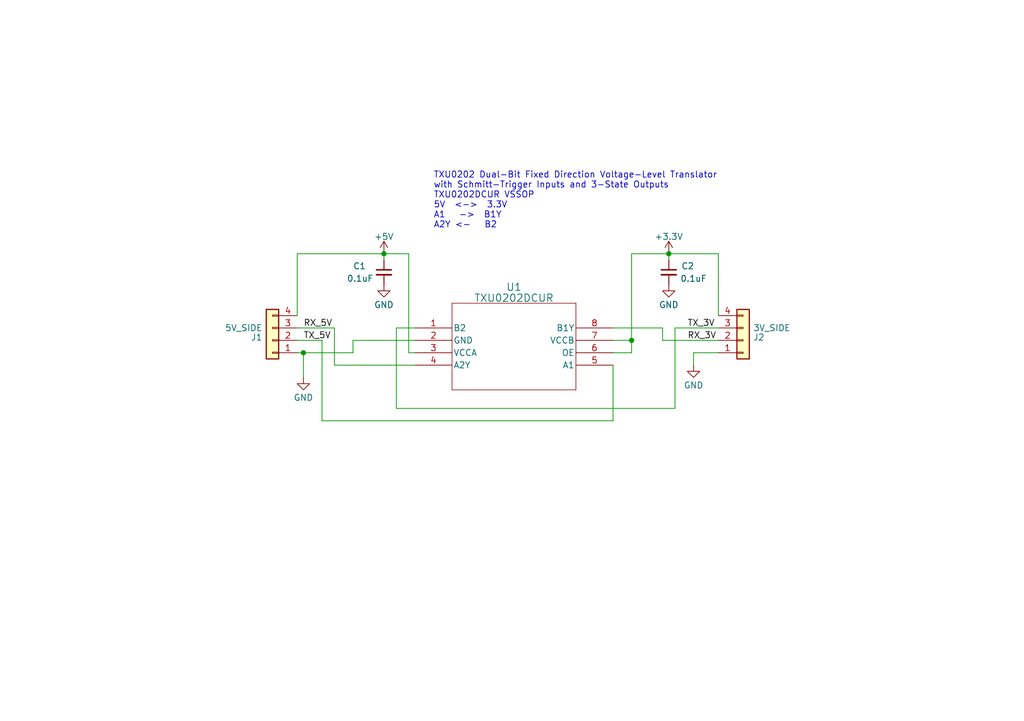
<source format=kicad_sch>
(kicad_sch (version 20230121) (generator eeschema)
  (paper "A5")
  (title_block (title "UART Level Translator") (date "2024-02-15") (rev "1.1"))
  (lib_symbols
    (symbol "Connector_Generic:Conn_01x04" (pin_names (offset 1.016) hide)
      (property "Reference" "J" (at 0 5.08 0))
      (property "Value" "Conn_01x04" (at 0 -7.62 0))
      (symbol "Conn_01x04_1_1"
        (rectangle (start -1.27 -4.953) (end 0 -5.207) (stroke (width 0.1524)))
        (rectangle (start -1.27 -2.413) (end 0 -2.667) (stroke (width 0.1524)))
        (rectangle (start -1.27 0.127) (end 0 -0.127) (stroke (width 0.1524)))
        (rectangle (start -1.27 2.667) (end 0 2.413) (stroke (width 0.1524)))
        (rectangle (start -1.27 3.81) (end 1.27 -6.35) (stroke (width 0.254)) (fill (type background)))
        (pin passive line (at -5.08 2.54 0) (length 3.81) (name "Pin_1") (number "1"))
        (pin passive line (at -5.08 0 0) (length 3.81) (name "Pin_2") (number "2"))
        (pin passive line (at -5.08 -2.54 0) (length 3.81) (name "Pin_3") (number "3"))
        (pin passive line (at -5.08 -5.08 0) (length 3.81) (name "Pin_4") (number "4"))
      )
    )
    (symbol "Device:C_Small" (pin_numbers hide) (pin_names (offset 0.254) hide)
      (property "Reference" "C" (at 0.254 1.778 0))
      (property "Value" "C_Small" (at 0.254 -2.032 0))
      (symbol "C_Small_0_1"
        (polyline (pts (xy -1.524 -0.508) (xy 1.524 -0.508)) (stroke (width 0.3302)))
        (polyline (pts (xy -1.524 0.508) (xy 1.524 0.508)) (stroke (width 0.3048)))
      )
      (symbol "C_Small_1_1"
        (pin passive line (at 0 2.54 270) (length 2.032) (name "~") (number "1"))
        (pin passive line (at 0 -2.54 90) (length 2.032) (name "~") (number "2"))
      )
    )
    (symbol "Library:TXU0202DCUR" (pin_names (offset 0.254))
      (property "Reference" "U" (at 20.32 10.16 0))
      (property "Value" "TXU0202DCUR" (at 20.32 7.62 0))
      (symbol "TXU0202DCUR_0_1"
        (polyline (pts (xy 7.62 -12.7) (xy 33.02 -12.7)) (stroke (width 0.127)))
        (polyline (pts (xy 7.62 5.08) (xy 7.62 -12.7)) (stroke (width 0.127)))
        (polyline (pts (xy 33.02 -12.7) (xy 33.02 5.08)) (stroke (width 0.127)))
        (polyline (pts (xy 33.02 5.08) (xy 7.62 5.08)) (stroke (width 0.127)))
        (pin input line (at 0 0 0) (length 7.62) (name "B2") (number "1"))
        (pin power_out line (at 0 -2.54 0) (length 7.62) (name "GND") (number "2"))
        (pin power_in line (at 0 -5.08 0) (length 7.62) (name "VCCA") (number "3"))
        (pin output line (at 0 -7.62 0) (length 7.62) (name "A2Y") (number "4"))
        (pin input line (at 40.64 -7.62 180) (length 7.62) (name "A1") (number "5"))
        (pin input line (at 40.64 -5.08 180) (length 7.62) (name "OE") (number "6"))
        (pin power_in line (at 40.64 -2.54 180) (length 7.62) (name "VCCB") (number "7"))
        (pin output line (at 40.64 0 180) (length 7.62) (name "B1Y") (number "8"))
      )
    )
    (symbol "power:+3.3V" (power) (pin_names (offset 0))
      (property "Value" "+3.3V" (at 0 3.556 0))
      (symbol "+3.3V_0_1"
        (polyline (pts (xy -0.762 1.27) (xy 0 2.54)))
        (polyline (pts (xy 0 0) (xy 0 2.54)))
        (polyline (pts (xy 0 2.54) (xy 0.762 1.27)))
      )
      (symbol "+3.3V_1_1"
        (pin power_in line (at 0 0 90) (length 0) hide (name "+3.3V") (number "1"))
      )
    )
    (symbol "power:+5V" (power) (pin_names (offset 0))
      (property "Value" "+5V" (at 0 3.556 0))
      (symbol "+5V_0_1"
        (polyline (pts (xy -0.762 1.27) (xy 0 2.54)))
        (polyline (pts (xy 0 0) (xy 0 2.54)))
        (polyline (pts (xy 0 2.54) (xy 0.762 1.27)))
      )
      (symbol "+5V_1_1"
        (pin power_in line (at 0 0 90) (length 0) hide (name "+5V") (number "1"))
      )
    )
    (symbol "power:GND" (power) (pin_names (offset 0))
      (property "Value" "GND" (at 0 -3.81 0))
      (symbol "GND_0_1"
        (polyline (pts (xy 0 0) (xy 0 -1.27) (xy 1.27 -1.27) (xy 0 -2.54) (xy -1.27 -1.27) (xy 0 -1.27)))
      )
      (symbol "GND_1_1"
        (pin power_in line (at 0 0 270) (length 0) hide (name "GND") (number "1"))
      )
    )
  )
  (junction (at 137.16 52.07))
  (junction (at 129.54 69.85))
  (junction (at 78.74 52.07))
  (junction (at 62.23 72.39))
  (wire (pts (xy 129.54 69.85) (xy 125.73 69.85)))
  (wire (pts (xy 129.54 69.85) (xy 129.54 72.39)))
  (wire (pts (xy 78.74 53.34) (xy 78.74 52.07)))
  (wire (pts (xy 147.32 52.07) (xy 137.16 52.07)))
  (wire (pts (xy 62.23 72.39) (xy 72.39 72.39)))
  (wire (pts (xy 129.54 52.07) (xy 137.16 52.07)))
  (wire (pts (xy 68.58 67.31) (xy 68.58 74.93)))
  (wire (pts (xy 142.24 74.93) (xy 142.24 72.39)))
  (wire (pts (xy 142.24 72.39) (xy 147.32 72.39)))
  (wire (pts (xy 60.96 67.31) (xy 68.58 67.31)))
  (wire (pts (xy 81.28 83.82) (xy 81.28 67.31)))
  (wire (pts (xy 125.73 72.39) (xy 129.54 72.39)))
  (wire (pts (xy 135.89 69.85) (xy 147.32 69.85)))
  (wire (pts (xy 135.89 67.31) (xy 125.73 67.31)))
  (wire (pts (xy 68.58 74.93) (xy 85.09 74.93)))
  (wire (pts (xy 83.82 72.39) (xy 83.82 52.07)))
  (wire (pts (xy 62.23 77.47) (xy 62.23 72.39)))
  (wire (pts (xy 138.43 83.82) (xy 81.28 83.82)))
  (wire (pts (xy 60.96 52.07) (xy 78.74 52.07)))
  (wire (pts (xy 66.04 69.85) (xy 66.04 86.36)))
  (wire (pts (xy 129.54 52.07) (xy 129.54 69.85)))
  (wire (pts (xy 60.96 64.77) (xy 60.96 52.07)))
  (wire (pts (xy 138.43 67.31) (xy 138.43 83.82)))
  (wire (pts (xy 137.16 52.07) (xy 137.16 53.34)))
  (wire (pts (xy 125.73 86.36) (xy 125.73 74.93)))
  (wire (pts (xy 83.82 52.07) (xy 78.74 52.07)))
  (wire (pts (xy 72.39 69.85) (xy 85.09 69.85)))
  (wire (pts (xy 147.32 64.77) (xy 147.32 52.07)))
  (wire (pts (xy 85.09 72.39) (xy 83.82 72.39)))
  (wire (pts (xy 66.04 86.36) (xy 125.73 86.36)))
  (wire (pts (xy 135.89 69.85) (xy 135.89 67.31)))
  (wire (pts (xy 60.96 72.39) (xy 62.23 72.39)))
  (wire (pts (xy 66.04 69.85) (xy 60.96 69.85)))
  (wire (pts (xy 81.28 67.31) (xy 85.09 67.31)))
  (wire (pts (xy 72.39 72.39) (xy 72.39 69.85)))
  (wire (pts (xy 147.32 67.31) (xy 138.43 67.31)))
  (text "TXU0202 Dual-Bit Fixed Direction Voltage-Level Translator\nwith Schmitt-Trigger Inputs and 3-State Outputs\nTXU0202DCUR VSSOP\n5V  <->  3.3V\nA1   ->  B1Y\nA2Y <-   B2" (at 88.9 46.99 0) (effects (font (size 1.27 1.27)) (justify left bottom)))
  (label "TX_5V" (at 62.23 69.85 0))
  (label "RX_3V" (at 140.97 69.85 0))
  (label "RX_5V" (at 62.23 67.31 0))
  (label "TX_3V" (at 140.97 67.31 0))
  (symbol (lib_id "Device:C_Small") (at 137.16 55.88 0) (unit 1)
    (property "Reference" "C2" (at 139.7 54.61 0) (effects (justify left)))
    (property "Value" "0.1uF" (at 139.4841 57.1636 0) (effects (justify left)))
    (property "Footprint" "Capacitor_SMD:C_0805_2012Metric_Pad1.18x1.45mm_HandSolder" (effects hide))
  )
  (symbol (lib_id "Connector_Generic:Conn_01x04") (at 152.4 69.85 0) (mirror x) (unit 1)
    (property "Reference" "J2" (at 154.432 69.2237 0) (effects (justify left)))
    (property "Value" "3V_SIDE" (at 154.432 67.3027 0) (effects (justify left)))
    (property "Footprint" "Connector_PinHeader_2.54mm:PinHeader_1x04_P2.54mm_Horizontal" (effects hide))
  )
  (symbol (lib_id "power:GND") (at 62.23 77.47 0) (unit 1)
    (property "Reference" "#PWR01" (effects hide))
    (property "Value" "GND" (at 62.23 81.6055 0))
  )
  (symbol (lib_id "Connector_Generic:Conn_01x04") (at 55.88 69.85 180) (unit 1)
    (property "Reference" "J1" (at 53.848 69.2237 0) (effects (justify left)))
    (property "Value" "5V_SIDE" (at 53.848 67.3027 0) (effects (justify left)))
    (property "Footprint" "Connector_PinHeader_2.54mm:PinHeader_1x04_P2.54mm_Horizontal" (effects hide))
  )
  (symbol (lib_id "power:+3.3V") (at 137.16 52.07 0) (unit 1)
    (property "Reference" "#PWR05" (effects hide))
    (property "Value" "+3.3V" (at 137.16 48.5681 0))
  )
  (symbol (lib_id "power:GND") (at 137.16 58.42 0) (unit 1)
    (property "Reference" "#PWR06" (effects hide))
    (property "Value" "GND" (at 137.16 62.5555 0))
  )
  (symbol (lib_id "Device:C_Small") (at 78.74 55.88 0) (unit 1)
    (property "Reference" "C1" (at 72.39 54.61 0) (effects (justify left)))
    (property "Value" "0.1uF" (at 71.12 57.15 0) (effects (justify left)))
    (property "Footprint" "Capacitor_SMD:C_0805_2012Metric_Pad1.18x1.45mm_HandSolder" (effects hide))
  )
  (symbol (lib_id "power:GND") (at 142.24 74.93 0) (unit 1)
    (property "Reference" "#PWR02" (effects hide))
    (property "Value" "GND" (at 142.24 79.0655 0))
  )
  (symbol (lib_id "Library:TXU0202DCUR") (at 85.09 67.31 0) (unit 1)
    (property "Reference" "U1" (at 105.41 58.9104 0) (effects (font (size 1.524 1.524))))
    (property "Value" "TXU0202DCUR" (at 105.41 61.1646 0) (effects (font (size 1.524 1.524))))
    (property "Footprint" "Library:SO8_DCU_TEX" (effects hide))
    (property "Datasheet" "https://www.ti.com/lit/gpn/TXU0202" (effects hide))
  )
  (symbol (lib_id "power:+5V") (at 78.74 52.07 0) (unit 1)
    (property "Reference" "#PWR03" (effects hide))
    (property "Value" "+5V" (at 78.74 48.5681 0))
  )
  (symbol (lib_id "power:GND") (at 78.74 58.42 0) (unit 1)
    (property "Reference" "#PWR04" (effects hide))
    (property "Value" "GND" (at 78.74 62.5555 0))
  )
)
</source>
